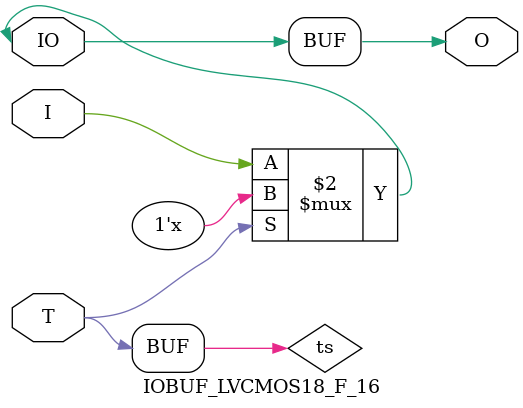
<source format=v>

/*

FUNCTION    : INPUT TRI-STATE OUTPUT BUFFER

*/

`celldefine
`timescale  100 ps / 10 ps

module IOBUF_LVCMOS18_F_16 (O, IO, I, T);

    output O;

    inout  IO;

    input  I, T;

    or O1 (ts, 1'b0, T);
    bufif0 T1 (IO, I, ts);

    buf B1 (O, IO);

endmodule

</source>
